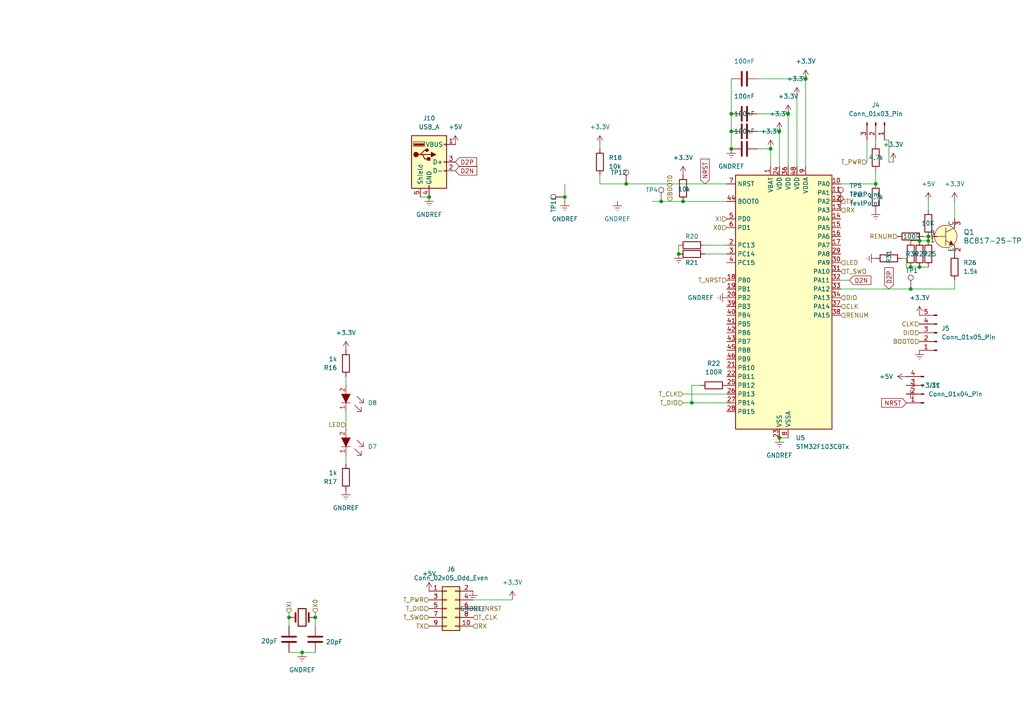
<source format=kicad_sch>
(kicad_sch (version 20250114) (generator "eeschema") (generator_version "9.0")
  (paper "A4")
  (lib_symbols
    (symbol "Connector:Conn_01x03_Pin" (pin_names (offset 1.016) (hide yes))
      (property "Reference" "J" (at 0 5.08 0))
      (property "Value" "Conn_01x03_Pin" (at 0 -5.08 0))
      (symbol "Conn_01x03_Pin_1_1"
        (rectangle (start 0.8636 2.667) (end 0 2.413) (stroke (width 0.1524)) (fill (type outline)))
        (rectangle (start 0.8636 0.127) (end 0 -0.127) (stroke (width 0.1524)) (fill (type outline)))
        (rectangle (start 0.8636 -2.413) (end 0 -2.667) (stroke (width 0.1524)) (fill (type outline)))
        (polyline (pts (xy 1.27 2.54) (xy 0.8636 2.54)) (stroke (width 0.1524)))
        (polyline (pts (xy 1.27 0) (xy 0.8636 0)) (stroke (width 0.1524)))
        (polyline (pts (xy 1.27 -2.54) (xy 0.8636 -2.54)) (stroke (width 0.1524)))
        (pin passive line (at 5.08 2.54 180) (length 3.81) (name "Pin_1") (number "1"))
        (pin passive line (at 5.08 0 180) (length 3.81) (name "Pin_2") (number "2"))
        (pin passive line (at 5.08 -2.54 180) (length 3.81) (name "Pin_3") (number "3"))
      )
    )
    (symbol "Connector:Conn_01x04_Pin" (pin_names (offset 1.016) (hide yes))
      (property "Reference" "J" (at 0 5.08 0))
      (property "Value" "Conn_01x04_Pin" (at 0 -7.62 0))
      (symbol "Conn_01x04_Pin_1_1"
        (rectangle (start 0.8636 2.667) (end 0 2.413) (stroke (width 0.1524)) (fill (type outline)))
        (rectangle (start 0.8636 0.127) (end 0 -0.127) (stroke (width 0.1524)) (fill (type outline)))
        (rectangle (start 0.8636 -2.413) (end 0 -2.667) (stroke (width 0.1524)) (fill (type outline)))
        (rectangle (start 0.8636 -4.953) (end 0 -5.207) (stroke (width 0.1524)) (fill (type outline)))
        (polyline (pts (xy 1.27 2.54) (xy 0.8636 2.54)) (stroke (width 0.1524)))
        (polyline (pts (xy 1.27 0) (xy 0.8636 0)) (stroke (width 0.1524)))
        (polyline (pts (xy 1.27 -2.54) (xy 0.8636 -2.54)) (stroke (width 0.1524)))
        (polyline (pts (xy 1.27 -5.08) (xy 0.8636 -5.08)) (stroke (width 0.1524)))
        (pin passive line (at 5.08 2.54 180) (length 3.81) (name "Pin_1") (number "1"))
        (pin passive line (at 5.08 0 180) (length 3.81) (name "Pin_2") (number "2"))
        (pin passive line (at 5.08 -2.54 180) (length 3.81) (name "Pin_3") (number "3"))
        (pin passive line (at 5.08 -5.08 180) (length 3.81) (name "Pin_4") (number "4"))
      )
    )
    (symbol "Connector:Conn_01x05_Pin" (pin_names (offset 1.016) (hide yes))
      (property "Reference" "J" (at 0 7.62 0))
      (property "Value" "Conn_01x05_Pin" (at 0 -7.62 0))
      (symbol "Conn_01x05_Pin_1_1"
        (rectangle (start 0.8636 5.207) (end 0 4.953) (stroke (width 0.1524)) (fill (type outline)))
        (rectangle (start 0.8636 2.667) (end 0 2.413) (stroke (width 0.1524)) (fill (type outline)))
        (rectangle (start 0.8636 0.127) (end 0 -0.127) (stroke (width 0.1524)) (fill (type outline)))
        (rectangle (start 0.8636 -2.413) (end 0 -2.667) (stroke (width 0.1524)) (fill (type outline)))
        (rectangle (start 0.8636 -4.953) (end 0 -5.207) (stroke (width 0.1524)) (fill (type outline)))
        (polyline (pts (xy 1.27 5.08) (xy 0.8636 5.08)) (stroke (width 0.1524)))
        (polyline (pts (xy 1.27 2.54) (xy 0.8636 2.54)) (stroke (width 0.1524)))
        (polyline (pts (xy 1.27 0) (xy 0.8636 0)) (stroke (width 0.1524)))
        (polyline (pts (xy 1.27 -2.54) (xy 0.8636 -2.54)) (stroke (width 0.1524)))
        (polyline (pts (xy 1.27 -5.08) (xy 0.8636 -5.08)) (stroke (width 0.1524)))
        (pin passive line (at 5.08 5.08 180) (length 3.81) (name "Pin_1") (number "1"))
        (pin passive line (at 5.08 2.54 180) (length 3.81) (name "Pin_2") (number "2"))
        (pin passive line (at 5.08 0 180) (length 3.81) (name "Pin_3") (number "3"))
        (pin passive line (at 5.08 -2.54 180) (length 3.81) (name "Pin_4") (number "4"))
        (pin passive line (at 5.08 -5.08 180) (length 3.81) (name "Pin_5") (number "5"))
      )
    )
    (symbol "Connector:TestPoint" (pin_numbers (hide yes)) (pin_names (offset 0.762) (hide yes))
      (property "Reference" "TP" (at 0 6.858 0))
      (property "Value" "TestPoint" (at 0 5.08 0))
      (symbol "TestPoint_0_1"
        (circle (center 0 3.302) (radius 0.762))
      )
      (symbol "TestPoint_1_1"
        (pin passive line (at 0 0 90) (length 2.54) (name "1") (number "1"))
      )
    )
    (symbol "Connector:USB_A" (pin_names (offset 1.016))
      (property "Reference" "J" (at -5.08 11.43 0))
      (property "Value" "USB_A" (at -5.08 8.89 0))
      (symbol "USB_A_0_1"
        (rectangle (start -5.08 -7.62) (end 5.08 7.62) (stroke (width 0.254)) (fill (type background)))
        (circle (center -3.81 2.159) (radius 0.635) (stroke (width 0.254)) (fill (type outline)))
        (polyline (pts (xy -3.175 2.159) (xy -2.54 2.159) (xy -1.27 3.429) (xy -0.635 3.429)) (stroke (width 0.254)))
        (polyline (pts (xy -2.54 2.159) (xy -1.905 2.159) (xy -1.27 0.889) (xy 0 0.889)) (stroke (width 0.254)))
        (rectangle (start -1.524 4.826) (end -4.318 5.334) (fill (type outline)))
        (rectangle (start -1.27 4.572) (end -4.572 5.842))
        (circle (center -0.635 3.429) (radius 0.381) (stroke (width 0.254)) (fill (type outline)))
        (rectangle (start -0.127 -7.62) (end 0.127 -6.858))
        (rectangle (start 0.254 1.27) (end -0.508 0.508) (stroke (width 0.254)) (fill (type outline)))
        (polyline (pts (xy 0.635 2.794) (xy 0.635 1.524) (xy 1.905 2.159) (xy 0.635 2.794)) (stroke (width 0.254)) (fill (type outline)))
        (rectangle (start 5.08 4.953) (end 4.318 5.207))
        (rectangle (start 5.08 -0.127) (end 4.318 0.127))
        (rectangle (start 5.08 -2.667) (end 4.318 -2.413))
      )
      (symbol "USB_A_1_1"
        (polyline (pts (xy -1.905 2.159) (xy 0.635 2.159)) (stroke (width 0.254)))
        (pin passive line (at -2.54 -10.16 90) (length 2.54) (name "Shield") (number "5"))
        (pin power_in line (at 0 -10.16 90) (length 2.54) (name "GND") (number "4"))
        (pin power_in line (at 7.62 5.08 180) (length 2.54) (name "VBUS") (number "1"))
        (pin bidirectional line (at 7.62 0 180) (length 2.54) (name "D+") (number "3"))
        (pin bidirectional line (at 7.62 -2.54 180) (length 2.54) (name "D-") (number "2"))
      )
    )
    (symbol "Connector_Generic:Conn_02x05_Odd_Even" (pin_names (offset 1.016) (hide yes))
      (property "Reference" "J" (at 1.27 7.62 0))
      (property "Value" "Conn_02x05_Odd_Even" (at 1.27 -7.62 0))
      (symbol "Conn_02x05_Odd_Even_1_1"
        (rectangle (start -1.27 6.35) (end 3.81 -6.35) (stroke (width 0.254)) (fill (type background)))
        (rectangle (start -1.27 5.207) (end 0 4.953) (stroke (width 0.1524)))
        (rectangle (start -1.27 2.667) (end 0 2.413) (stroke (width 0.1524)))
        (rectangle (start -1.27 0.127) (end 0 -0.127) (stroke (width 0.1524)))
        (rectangle (start -1.27 -2.413) (end 0 -2.667) (stroke (width 0.1524)))
        (rectangle (start -1.27 -4.953) (end 0 -5.207) (stroke (width 0.1524)))
        (rectangle (start 3.81 5.207) (end 2.54 4.953) (stroke (width 0.1524)))
        (rectangle (start 3.81 2.667) (end 2.54 2.413) (stroke (width 0.1524)))
        (rectangle (start 3.81 0.127) (end 2.54 -0.127) (stroke (width 0.1524)))
        (rectangle (start 3.81 -2.413) (end 2.54 -2.667) (stroke (width 0.1524)))
        (rectangle (start 3.81 -4.953) (end 2.54 -5.207) (stroke (width 0.1524)))
        (pin passive line (at -5.08 5.08 0) (length 3.81) (name "Pin_1") (number "1"))
        (pin passive line (at -5.08 2.54 0) (length 3.81) (name "Pin_3") (number "3"))
        (pin passive line (at -5.08 0 0) (length 3.81) (name "Pin_5") (number "5"))
        (pin passive line (at -5.08 -2.54 0) (length 3.81) (name "Pin_7") (number "7"))
        (pin passive line (at -5.08 -5.08 0) (length 3.81) (name "Pin_9") (number "9"))
        (pin passive line (at 7.62 5.08 180) (length 3.81) (name "Pin_2") (number "2"))
        (pin passive line (at 7.62 2.54 180) (length 3.81) (name "Pin_4") (number "4"))
        (pin passive line (at 7.62 0 180) (length 3.81) (name "Pin_6") (number "6"))
        (pin passive line (at 7.62 -2.54 180) (length 3.81) (name "Pin_8") (number "8"))
        (pin passive line (at 7.62 -5.08 180) (length 3.81) (name "Pin_10") (number "10"))
      )
    )
    (symbol "Device:C" (pin_numbers (hide yes)) (pin_names (offset 0.254))
      (property "Reference" "C" (at 0.635 2.54 0))
      (property "Value" "C" (at 0.635 -2.54 0))
      (symbol "C_0_1"
        (polyline (pts (xy -2.032 0.762) (xy 2.032 0.762)) (stroke (width 0.508)))
        (polyline (pts (xy -2.032 -0.762) (xy 2.032 -0.762)) (stroke (width 0.508)))
      )
      (symbol "C_1_1"
        (pin passive line (at 0 3.81 270) (length 2.794) (name "~") (number "1"))
        (pin passive line (at 0 -3.81 90) (length 2.794) (name "~") (number "2"))
      )
    )
    (symbol "Device:Crystal" (pin_numbers (hide yes)) (pin_names (offset 1.016) (hide yes))
      (property "Reference" "Y" (at 0 3.81 0))
      (property "Value" "Crystal" (at 0 -3.81 0))
      (symbol "Crystal_0_1"
        (polyline (pts (xy -2.54 0) (xy -1.905 0)))
        (polyline (pts (xy -1.905 -1.27) (xy -1.905 1.27)) (stroke (width 0.508)))
        (rectangle (start -1.143 2.54) (end 1.143 -2.54) (stroke (width 0.3048)))
        (polyline (pts (xy 1.905 -1.27) (xy 1.905 1.27)) (stroke (width 0.508)))
        (polyline (pts (xy 2.54 0) (xy 1.905 0)))
      )
      (symbol "Crystal_1_1"
        (pin passive line (at -3.81 0 0) (length 1.27) (name "1") (number "1"))
        (pin passive line (at 3.81 0 180) (length 1.27) (name "2") (number "2"))
      )
    )
    (symbol "Device:R" (pin_numbers (hide yes)) (pin_names (offset 0))
      (property "Reference" "R" (at 2.032 0 90))
      (property "Value" "R" (at 0 0 90))
      (symbol "R_0_1"
        (rectangle (start -1.016 -2.54) (end 1.016 2.54) (stroke (width 0.254)))
      )
      (symbol "R_1_1"
        (pin passive line (at 0 3.81 270) (length 1.27) (name "~") (number "1"))
        (pin passive line (at 0 -3.81 90) (length 1.27) (name "~") (number "2"))
      )
    )
    (symbol "MCU_ST_STM32F1:STM32F103CBTx"
      (property "Reference" "U" (at -12.7 39.37 0))
      (property "Value" "STM32F103CBTx" (at 10.16 39.37 0))
      (symbol "STM32F103CBTx_0_1"
        (rectangle (start -12.7 -35.56) (end 15.24 38.1) (stroke (width 0.254)) (fill (type background)))
      )
      (symbol "STM32F103CBTx_1_1"
        (pin input line (at -15.24 35.56 0) (length 2.54) (name "NRST") (number "7"))
        (pin input line (at -15.24 30.48 0) (length 2.54) (name "BOOT0") (number "44"))
        (pin bidirectional line (at -15.24 25.4 0) (length 2.54) (name "PD0") (number "5"))
        (pin bidirectional line (at -15.24 22.86 0) (length 2.54) (name "PD1") (number "6"))
        (pin bidirectional line (at -15.24 17.78 0) (length 2.54) (name "PC13") (number "2"))
        (pin bidirectional line (at -15.24 15.24 0) (length 2.54) (name "PC14") (number "3"))
        (pin bidirectional line (at -15.24 12.7 0) (length 2.54) (name "PC15") (number "4"))
        (pin bidirectional line (at -15.24 7.62 0) (length 2.54) (name "PB0") (number "18"))
        (pin bidirectional line (at -15.24 5.08 0) (length 2.54) (name "PB1") (number "19"))
        (pin bidirectional line (at -15.24 2.54 0) (length 2.54) (name "PB2") (number "20"))
        (pin bidirectional line (at -15.24 0 0) (length 2.54) (name "PB3") (number "39"))
        (pin bidirectional line (at -15.24 -2.54 0) (length 2.54) (name "PB4") (number "40"))
        (pin bidirectional line (at -15.24 -5.08 0) (length 2.54) (name "PB5") (number "41"))
        (pin bidirectional line (at -15.24 -7.62 0) (length 2.54) (name "PB6") (number "42"))
        (pin bidirectional line (at -15.24 -10.16 0) (length 2.54) (name "PB7") (number "43"))
        (pin bidirectional line (at -15.24 -12.7 0) (length 2.54) (name "PB8") (number "45"))
        (pin bidirectional line (at -15.24 -15.24 0) (length 2.54) (name "PB9") (number "46"))
        (pin bidirectional line (at -15.24 -17.78 0) (length 2.54) (name "PB10") (number "21"))
        (pin bidirectional line (at -15.24 -20.32 0) (length 2.54) (name "PB11") (number "22"))
        (pin bidirectional line (at -15.24 -22.86 0) (length 2.54) (name "PB12") (number "25"))
        (pin bidirectional line (at -15.24 -25.4 0) (length 2.54) (name "PB13") (number "26"))
        (pin bidirectional line (at -15.24 -27.94 0) (length 2.54) (name "PB14") (number "27"))
        (pin bidirectional line (at -15.24 -30.48 0) (length 2.54) (name "PB15") (number "28"))
        (pin power_in line (at -2.54 40.64 270) (length 2.54) (name "VBAT") (number "1"))
        (pin power_in line (at 0 40.64 270) (length 2.54) (name "VDD") (number "24"))
        (pin power_in line (at 0 -38.1 90) (length 2.54) (name "VSS") (number "23"))
        (pin passive line (at 0 -38.1 90) (length 2.54) (hide yes) (name "VSS") (number "35"))
        (pin passive line (at 0 -38.1 90) (length 2.54) (hide yes) (name "VSS") (number "47"))
        (pin power_in line (at 2.54 40.64 270) (length 2.54) (name "VDD") (number "36"))
        (pin power_in line (at 2.54 -38.1 90) (length 2.54) (name "VSSA") (number "8"))
        (pin power_in line (at 5.08 40.64 270) (length 2.54) (name "VDD") (number "48"))
        (pin power_in line (at 7.62 40.64 270) (length 2.54) (name "VDDA") (number "9"))
        (pin bidirectional line (at 17.78 35.56 180) (length 2.54) (name "PA0") (number "10"))
        (pin bidirectional line (at 17.78 33.02 180) (length 2.54) (name "PA1") (number "11"))
        (pin bidirectional line (at 17.78 30.48 180) (length 2.54) (name "PA2") (number "12"))
        (pin bidirectional line (at 17.78 27.94 180) (length 2.54) (name "PA3") (number "13"))
        (pin bidirectional line (at 17.78 25.4 180) (length 2.54) (name "PA4") (number "14"))
        (pin bidirectional line (at 17.78 22.86 180) (length 2.54) (name "PA5") (number "15"))
        (pin bidirectional line (at 17.78 20.32 180) (length 2.54) (name "PA6") (number "16"))
        (pin bidirectional line (at 17.78 17.78 180) (length 2.54) (name "PA7") (number "17"))
        (pin bidirectional line (at 17.78 15.24 180) (length 2.54) (name "PA8") (number "29"))
        (pin bidirectional line (at 17.78 12.7 180) (length 2.54) (name "PA9") (number "30"))
        (pin bidirectional line (at 17.78 10.16 180) (length 2.54) (name "PA10") (number "31"))
        (pin bidirectional line (at 17.78 7.62 180) (length 2.54) (name "PA11") (number "32"))
        (pin bidirectional line (at 17.78 5.08 180) (length 2.54) (name "PA12") (number "33"))
        (pin bidirectional line (at 17.78 2.54 180) (length 2.54) (name "PA13") (number "34"))
        (pin bidirectional line (at 17.78 0 180) (length 2.54) (name "PA14") (number "37"))
        (pin bidirectional line (at 17.78 -2.54 180) (length 2.54) (name "PA15") (number "38"))
      )
    )
    (symbol "dk_LED-Indication-Discrete:LTST-C190GKT" (pin_names (offset 0))
      (property "Reference" "D" (at -6.35 3.81 0))
      (symbol "LTST-C190GKT_0_1"
        (polyline (pts (xy -2.54 1.27) (xy -2.54 -1.27) (xy 0 0) (xy -2.54 1.27)) (fill (type outline)))
        (polyline (pts (xy 0 1.27) (xy 0 -1.27)))
      )
      (symbol "LTST-C190GKT_1_1"
        (polyline (pts (xy -1.27 3.81) (xy -1.905 3.175)))
        (polyline (pts (xy -0.635 5.08) (xy -1.27 5.08)))
        (polyline (pts (xy 0 5.08) (xy 0 4.445) (xy 0 5.08) (xy -0.635 5.08) (xy 0 5.08) (xy -1.27 3.81)))
        (polyline (pts (xy 0 4.445) (xy 0 3.81)))
        (polyline (pts (xy 1.27 3.175) (xy 0.635 2.54)))
        (polyline (pts (xy 1.27 3.175) (xy 2.54 4.445) (xy 1.905 4.445) (xy 2.54 4.445) (xy 2.54 3.81)))
        (polyline (pts (xy 1.905 4.445) (xy 1.27 4.445)))
        (polyline (pts (xy 2.54 3.81) (xy 2.54 3.175)))
        (pin input line (at -5.08 0 0) (length 2.54) (name "~") (number "2"))
        (pin output line (at 2.54 0 180) (length 2.54) (name "~") (number "1"))
      )
    )
    (symbol "dk_Transistors-Bipolar-BJT-Single:BC817-25-TP" (pin_names (offset 0))
      (property "Reference" "Q" (at -3.2004 4.2164 0))
      (property "Value" "BC817-25-TP" (at 5.2324 0 90))
      (symbol "BC817-25-TP_0_1"
        (polyline (pts (xy -3.81 0) (xy -2.54 0)))
        (polyline (pts (xy -3.556 0) (xy 0 0)))
        (polyline (pts (xy 0 2.54) (xy 0 -2.54)))
        (polyline (pts (xy 0 1.27) (xy 2.54 2.54)))
        (circle (center 0 0) (radius 3.2512) (fill (type background)))
        (polyline (pts (xy 0 -1.27) (xy 2.54 -2.54)))
        (polyline (pts (xy 1.524 -1.27) (xy 2.032 -2.286) (xy 1.016 -2.54) (xy 1.524 -1.27)) (fill (type outline)))
      )
      (symbol "BC817-25-TP_1_1"
        (pin input line (at -5.08 0 0) (length 2.54) (name "B") (number "1"))
        (pin passive line (at 2.54 5.08 270) (length 2.54) (name "C") (number "3"))
        (pin passive line (at 2.54 -5.08 90) (length 2.54) (name "E") (number "2"))
      )
    )
    (symbol "power:+3.3V" (power) (pin_numbers (hide yes)) (pin_names (offset 0) (hide yes))
      (property "Value" "+3.3V" (at 0 3.556 0))
      (symbol "+3.3V_0_1"
        (polyline (pts (xy -0.762 1.27) (xy 0 2.54)))
        (polyline (pts (xy 0 2.54) (xy 0.762 1.27)))
        (polyline (pts (xy 0 0) (xy 0 2.54)))
      )
      (symbol "+3.3V_1_1"
        (pin power_in line (at 0 0 90) (length 0) (name "~") (number "1"))
      )
    )
    (symbol "power:+5V" (power) (pin_numbers (hide yes)) (pin_names (offset 0) (hide yes))
      (property "Value" "+5V" (at 0 3.556 0))
      (symbol "+5V_0_1"
        (polyline (pts (xy -0.762 1.27) (xy 0 2.54)))
        (polyline (pts (xy 0 2.54) (xy 0.762 1.27)))
        (polyline (pts (xy 0 0) (xy 0 2.54)))
      )
      (symbol "+5V_1_1"
        (pin power_in line (at 0 0 90) (length 0) (name "~") (number "1"))
      )
    )
    (symbol "power:GNDREF" (power) (pin_numbers (hide yes)) (pin_names (offset 0) (hide yes))
      (property "Value" "GNDREF" (at 0 -3.81 0))
      (symbol "GNDREF_0_1"
        (polyline (pts (xy -0.635 -1.905) (xy 0.635 -1.905)))
        (polyline (pts (xy -0.127 -2.54) (xy 0.127 -2.54)))
        (polyline (pts (xy 0 -1.27) (xy 0 0)))
        (polyline (pts (xy 1.27 -1.27) (xy -1.27 -1.27)))
      )
      (symbol "GNDREF_1_1"
        (pin power_in line (at 0 0 270) (length 0) (name "~") (number "1"))
      )
    )
  )
  (junction (at 266.7 77.47))
  (junction (at 266.7 69.85))
  (junction (at 233.68 22.86))
  (junction (at 198.12 58.42))
  (junction (at 223.52 43.18))
  (junction (at 163.83 57.15))
  (junction (at 254 53.34))
  (junction (at 264.16 77.47))
  (junction (at 83.82 179.07))
  (junction (at 91.44 179.07))
  (junction (at 264.16 83.82))
  (junction (at 200.66 116.84))
  (junction (at 226.06 127))
  (junction (at 124.46 57.15))
  (junction (at 87.63 189.23))
  (junction (at 228.6 33.02))
  (junction (at 196.85 73.66))
  (junction (at 212.09 33.02))
  (junction (at 269.24 68.58))
  (junction (at 269.24 69.85))
  (junction (at 181.61 53.34))
  (junction (at 226.06 38.1))
  (junction (at 212.09 38.1))
  (junction (at 212.09 43.18))
  (junction (at 191.77 58.42))
  (wire (pts (xy 100.33 132.08) (xy 100.33 134.62)))
  (wire (pts (xy 267.97 68.58) (xy 269.24 68.58)))
  (wire (pts (xy 203.2 111.76) (xy 200.66 111.76)))
  (wire (pts (xy 191.77 58.42) (xy 189.23 58.42)))
  (wire (pts (xy 257.81 40.64) (xy 256.54 40.64)))
  (wire (pts (xy 91.44 177.8) (xy 91.44 179.07)))
  (wire (pts (xy 173.99 50.8) (xy 173.99 53.34)))
  (wire (pts (xy 100.33 119.38) (xy 100.33 124.46)))
  (wire (pts (xy 204.47 73.66) (xy 210.82 73.66)))
  (wire (pts (xy 204.47 71.12) (xy 210.82 71.12)))
  (wire (pts (xy 181.61 53.34) (xy 173.99 53.34)))
  (wire (pts (xy 231.14 27.94) (xy 231.14 48.26)))
  (wire (pts (xy 254 49.53) (xy 254 53.34)))
  (wire (pts (xy 91.44 179.07) (xy 91.44 181.61)))
  (wire (pts (xy 243.84 53.34) (xy 254 53.34)))
  (wire (pts (xy 191.77 58.42) (xy 198.12 58.42)))
  (wire (pts (xy 276.86 58.42) (xy 276.86 63.5)))
  (wire (pts (xy 269.24 58.42) (xy 269.24 60.96)))
  (wire (pts (xy 173.99 43.18) (xy 173.99 41.91)))
  (wire (pts (xy 100.33 111.76) (xy 100.33 109.22)))
  (wire (pts (xy 163.83 58.42) (xy 163.83 57.15)))
  (wire (pts (xy 210.82 53.34) (xy 181.61 53.34)))
  (wire (pts (xy 226.06 38.1) (xy 219.71 38.1)))
  (wire (pts (xy 264.16 83.82) (xy 276.86 83.82)))
  (wire (pts (xy 228.6 33.02) (xy 219.71 33.02)))
  (wire (pts (xy 212.09 22.86) (xy 212.09 33.02)))
  (wire (pts (xy 83.82 177.8) (xy 83.82 179.07)))
  (wire (pts (xy 200.66 111.76) (xy 200.66 116.84)))
  (wire (pts (xy 276.86 83.82) (xy 276.86 81.28)))
  (wire (pts (xy 264.16 69.85) (xy 266.7 69.85)))
  (wire (pts (xy 251.46 40.64) (xy 251.46 46.99)))
  (wire (pts (xy 148.59 173.99) (xy 137.16 173.99)))
  (wire (pts (xy 254 40.64) (xy 254 41.91)))
  (wire (pts (xy 212.09 33.02) (xy 212.09 38.1)))
  (wire (pts (xy 121.92 57.15) (xy 124.46 57.15)))
  (wire (pts (xy 163.83 57.15) (xy 163.83 53.34)))
  (wire (pts (xy 257.81 40.64) (xy 257.81 46.99)))
  (wire (pts (xy 262.89 74.93) (xy 262.89 77.47)))
  (wire (pts (xy 266.7 77.47) (xy 269.24 77.47)))
  (wire (pts (xy 200.66 116.84) (xy 210.82 116.84)))
  (wire (pts (xy 212.09 38.1) (xy 212.09 43.18)))
  (wire (pts (xy 257.81 46.99) (xy 259.08 46.99)))
  (wire (pts (xy 87.63 189.23) (xy 83.82 189.23)))
  (wire (pts (xy 243.84 83.82) (xy 264.16 83.82)))
  (wire (pts (xy 91.44 189.23) (xy 87.63 189.23)))
  (wire (pts (xy 233.68 22.86) (xy 219.71 22.86)))
  (wire (pts (xy 196.85 71.12) (xy 196.85 73.66)))
  (wire (pts (xy 83.82 179.07) (xy 83.82 181.61)))
  (wire (pts (xy 246.38 81.28) (xy 243.84 81.28)))
  (wire (pts (xy 266.7 69.85) (xy 269.24 69.85)))
  (wire (pts (xy 228.6 48.26) (xy 228.6 33.02)))
  (wire (pts (xy 198.12 114.3) (xy 210.82 114.3)))
  (wire (pts (xy 262.89 77.47) (xy 264.16 77.47)))
  (wire (pts (xy 261.62 74.93) (xy 262.89 74.93)))
  (wire (pts (xy 264.16 77.47) (xy 266.7 77.47)))
  (wire (pts (xy 233.68 48.26) (xy 233.68 22.86)))
  (wire (pts (xy 226.06 48.26) (xy 226.06 38.1)))
  (wire (pts (xy 198.12 116.84) (xy 200.66 116.84)))
  (wire (pts (xy 269.24 69.85) (xy 269.24 68.58)))
  (wire (pts (xy 226.06 127) (xy 228.6 127)))
  (wire (pts (xy 223.52 43.18) (xy 219.71 43.18)))
  (wire (pts (xy 223.52 48.26) (xy 223.52 43.18)))
  (wire (pts (xy 198.12 58.42) (xy 210.82 58.42)))
  (global_label "NRST" (shape input) (at 262.89 116.84 180) (property "Intersheetrefs" "${INTERSHEET_REFS}" (effects (hide yes))))
  (global_label "D2P" (shape input) (at 132.08 46.99 0) (property "Intersheetrefs" "${INTERSHEET_REFS}" (effects (hide yes))))
  (global_label "D2N" (shape input) (at 132.08 49.53 0) (property "Intersheetrefs" "${INTERSHEET_REFS}" (effects (hide yes))))
  (global_label "D2N" (shape input) (at 246.38 81.28 0) (property "Intersheetrefs" "${INTERSHEET_REFS}" (effects (hide yes))))
  (global_label "NRST" (shape input) (at 204.47 53.34 90) (property "Intersheetrefs" "${INTERSHEET_REFS}" (effects (hide yes))))
  (global_label "D2P" (shape input) (at 257.81 83.82 90) (property "Intersheetrefs" "${INTERSHEET_REFS}" (effects (hide yes))))
  (hierarchical_label "LED" (shape input) (at 243.84 76.2 0))
  (hierarchical_label "T_DIO" (shape input) (at 124.46 176.53 180))
  (hierarchical_label "T_PWR" (shape input) (at 124.46 173.99 180))
  (hierarchical_label "T_DIO" (shape input) (at 198.12 116.84 180))
  (hierarchical_label "LED" (shape input) (at 100.33 123.19 180))
  (hierarchical_label "TX" (shape input) (at 243.84 58.42 0))
  (hierarchical_label "T_NRST" (shape input) (at 210.82 81.28 180))
  (hierarchical_label "XI" (shape input) (at 210.82 63.5 180))
  (hierarchical_label "T_CLK" (shape input) (at 198.12 114.3 180))
  (hierarchical_label "T_PWR" (shape input) (at 251.46 46.99 180))
  (hierarchical_label "BOOT0" (shape input) (at 266.7 99.06 180))
  (hierarchical_label "CLK" (shape input) (at 243.84 88.9 0))
  (hierarchical_label "RENUM" (shape input) (at 260.35 68.58 180))
  (hierarchical_label "RENUM" (shape input) (at 243.84 91.44 0))
  (hierarchical_label "TX" (shape input) (at 124.46 181.61 180))
  (hierarchical_label "T_NRST" (shape input) (at 137.16 176.53 0))
  (hierarchical_label "DIO" (shape input) (at 243.84 86.36 0))
  (hierarchical_label "DIO" (shape input) (at 266.7 96.52 180))
  (hierarchical_label "BOOT0" (shape input) (at 194.31 58.42 90))
  (hierarchical_label "T_SWO" (shape input) (at 243.84 78.74 0))
  (hierarchical_label "RX" (shape input) (at 243.84 60.96 0))
  (hierarchical_label "CLK" (shape input) (at 266.7 93.98 180))
  (hierarchical_label "T_SWO" (shape input) (at 124.46 179.07 180))
  (hierarchical_label "X0" (shape input) (at 210.82 66.04 180))
  (hierarchical_label "X0" (shape input) (at 91.44 177.8 90))
  (hierarchical_label "T_CLK" (shape input) (at 137.16 179.07 0))
  (hierarchical_label "RX" (shape input) (at 137.16 181.61 0))
  (hierarchical_label "XI" (shape input) (at 83.82 177.8 90))
  (symbol (lib_id "Connector_Generic:Conn_02x05_Odd_Even") (at 129.54 176.53 0) (unit 1)
    (property "Reference" "J6" (at 130.81 165.1 0))
    (property "Value" "Conn_02x05_Odd_Even" (at 130.81 167.64 0))
    (property "Footprint" "Connector_PinHeader_2.54mm:PinHeader_2x05_P2.54mm_Vertical" (effects (hide yes)))
    (property "Description" "Generic connector, double row, 02x05, odd/even pin numbering scheme (row 1 odd numbers, row 2 even numbers), script generated (kicad-library-utils/schlib/autogen/connector/)" (effects (hide yes)))
  )
  (symbol (lib_id "Device:R") (at 276.86 77.47 0) (unit 1)
    (property "Reference" "R26" (at 279.4 76.1999 0) (effects (justify left)))
    (property "Value" "1.5k" (at 279.4 78.7399 0) (effects (justify left)))
    (property "Footprint" "Resistor_SMD:R_0805_2012Metric" (effects (hide yes)))
    (property "Description" "Resistor" (effects (hide yes)))
  )
  (symbol (lib_id "Connector:TestPoint") (at 181.61 53.34 0) (unit 1)
    (property "Reference" "TP12" (at 177.038 50.038 0) (effects (justify left)))
    (property "Value" "TestPoint" (effects (hide yes)))
    (property "Footprint" "Connector_Pin:Pin_D1.4mm_L8.5mm_W2.8mm_FlatFork" (effects (hide yes)))
    (property "Description" "test point" (effects (hide yes)))
  )
  (symbol (lib_id "power:GNDREF") (at 137.16 171.45 0) (unit 1)
    (property "Reference" "#PWR049" (effects (hide yes)))
    (property "Value" "GNDREF" (at 137.16 176.53 0))
    (property "Description" "Power symbol creates a global label with name \"GNDREF\" , reference supply ground" (effects (hide yes)))
  )
  (symbol (lib_id "power:+5V") (at 132.08 41.91 0) (unit 1)
    (property "Reference" "#PWR091" (effects (hide yes)))
    (property "Value" "+5V" (at 132.08 36.83 0))
    (property "Description" "Power symbol creates a global label with name \"+5V\"" (effects (hide yes)))
  )
  (symbol (lib_id "Device:R") (at 200.66 73.66 90) (unit 1)
    (property "Reference" "R21" (at 200.66 76.2 90))
    (property "Value" "10K" (effects (hide yes)))
    (property "Footprint" "Resistor_SMD:R_0805_2012Metric" (effects (hide yes)))
    (property "Description" "Resistor" (effects (hide yes)))
    (property "Digi-Key_PN" "311-10.0KLRCT-ND" (effects (hide yes)))
    (property "MPN" "RC0805FR-0710KL" (effects (hide yes)))
  )
  (symbol (lib_id "power:+3.3V") (at 266.7 91.44 0) (unit 1)
    (property "Reference" "#PWR089" (effects (hide yes)))
    (property "Value" "+3.3V" (at 266.7 86.36 0))
    (property "Description" "Power symbol creates a global label with name \"+3.3V\"" (effects (hide yes)))
  )
  (symbol (lib_id "Device:R") (at 207.01 111.76 90) (unit 1)
    (property "Reference" "R22" (at 207.01 105.41 90))
    (property "Value" "100R" (at 207.01 107.95 90))
    (property "Footprint" "Resistor_SMD:R_0805_2012Metric" (effects (hide yes)))
    (property "Description" "Resistor" (effects (hide yes)))
    (property "Digi-Key_PN" "311-100HRTR-ND " (effects (hide yes)))
    (property "MPN" "RC0603FR-07100RL " (effects (hide yes)))
  )
  (symbol (lib_id "dk_LED-Indication-Discrete:LTST-C190GKT") (at 100.33 116.84 270) (unit 1)
    (property "Reference" "D8" (at 106.68 116.8399 90) (effects (justify left)))
    (property "Value" "LTST-C190GKT" (effects (hide yes)))
    (property "Footprint" "LED_SMD:LED_0603_1608Metric_Pad1.05x0.95mm_HandSolder" (effects (hide yes)))
    (property "Datasheet" "https://media.digikey.com/pdf/Data%20Sheets/Lite-On%20PDFs/LTST-C190GKT.pdf" (effects (hide yes)))
    (property "Description" "LED GREEN CLEAR CHIP SMD" (effects (hide yes)))
    (property "Digi-Key_PN" "160-1183-1-ND" (effects (hide yes)))
    (property "MPN" "LTST-C190GKT" (effects (hide yes)))
    (property "Category" "Optoelectronics" (effects (hide yes)))
    (property "Family" "LED Indication - Discrete" (effects (hide yes)))
    (property "DK_Datasheet_Link" "https://media.digikey.com/pdf/Data%20Sheets/Lite-On%20PDFs/LTST-C190GKT.pdf" (effects (hide yes)))
    (property "DK_Detail_Page" "/product-detail/en/lite-on-inc/LTST-C190GKT/160-1183-1-ND/269255" (effects (hide yes)))
    (property "Description_1" "LED GREEN CLEAR CHIP SMD" (effects (hide yes)))
    (property "Manufacturer" "Lite-On Inc." (effects (hide yes)))
    (property "Status" "Active" (effects (hide yes)))
  )
  (symbol (lib_id "MCU_ST_STM32F1:STM32F103CBTx") (at 226.06 88.9 0) (unit 1)
    (property "Reference" "U5" (at 230.7941 127 0) (effects (justify left)))
    (property "Value" "STM32F103CBTx" (at 230.7941 129.54 0) (effects (justify left)))
    (property "Footprint" "Package_QFP:LQFP-48_7x7mm_P0.5mm" (effects (hide yes)))
    (property "Datasheet" "https://www.st.com/resource/en/datasheet/stm32f103cb.pdf" (effects (hide yes)))
    (property "Description" "STMicroelectronics Arm Cortex-M3 MCU, 128KB flash, 20KB RAM, 72 MHz, 2.0-3.6V, 37 GPIO, LQFP48" (effects (hide yes)))
    (property "Digi-Key_PN" "497-17380-2-ND" (effects (hide yes)))
    (property "MPN" "STM32F103CBT6TR" (effects (hide yes)))
  )
  (symbol (lib_id "power:GNDREF") (at 254 60.96 0) (unit 1)
    (property "Reference" "#PWR087" (effects (hide yes)))
    (property "Value" "GNDREF" (effects (hide yes)))
    (property "Description" "Power symbol creates a global label with name \"GNDREF\" , reference supply ground" (effects (hide yes)))
  )
  (symbol (lib_id "power:+3.3V") (at 223.52 43.18 0) (unit 1)
    (property "Reference" "#PWR055" (effects (hide yes)))
    (property "Value" "+3.3V" (at 223.52 38.1 0))
    (property "Description" "Power symbol creates a global label with name \"+3.3V\"" (effects (hide yes)))
  )
  (symbol (lib_id "power:GNDREF") (at 196.85 73.66 0) (unit 1)
    (property "Reference" "#PWR053" (effects (hide yes)))
    (property "Value" "GNDREF" (effects (hide yes)))
    (property "Description" "Power symbol creates a global label with name \"GNDREF\" , reference supply ground" (effects (hide yes)))
  )
  (symbol (lib_id "Device:R") (at 254 45.72 0) (unit 1)
    (property "Reference" "R28" (effects (hide yes)))
    (property "Value" "4.7k" (at 251.968 45.72 0) (effects (justify left)))
    (property "Footprint" "Resistor_SMD:R_0805_2012Metric" (effects (hide yes)))
    (property "Description" "Resistor" (effects (hide yes)))
    (property "Digi-Key_PN" "311-10.0KLRCT-ND" (effects (hide yes)))
    (property "MPN" "RC0805FR-0710KL" (effects (hide yes)))
  )
  (symbol (lib_id "Device:R") (at 254 57.15 0) (unit 1)
    (property "Reference" "R29" (effects (hide yes)))
    (property "Value" "4.7k" (at 251.968 57.15 0) (effects (justify left)))
    (property "Footprint" "Resistor_SMD:R_0805_2012Metric" (effects (hide yes)))
    (property "Description" "Resistor" (effects (hide yes)))
    (property "Digi-Key_PN" "311-10.0KLRCT-ND" (effects (hide yes)))
    (property "MPN" "RC0805FR-0710KL" (effects (hide yes)))
  )
  (symbol (lib_id "power:GNDREF") (at 124.46 57.15 0) (unit 1)
    (property "Reference" "#PWR039" (effects (hide yes)))
    (property "Value" "GNDREF" (at 124.46 62.23 0))
    (property "Description" "Power symbol creates a global label with name \"GNDREF\" , reference supply ground" (effects (hide yes)))
  )
  (symbol (lib_id "power:GNDREF") (at 100.33 142.24 0) (unit 1)
    (property "Reference" "#PWR051" (effects (hide yes)))
    (property "Value" "GNDREF" (at 100.33 147.32 0))
    (property "Description" "Power symbol creates a global label with name \"GNDREF\" , reference supply ground" (effects (hide yes)))
  )
  (symbol (lib_id "power:+3.3V") (at 259.08 46.99 0) (unit 1)
    (property "Reference" "#PWR086" (effects (hide yes)))
    (property "Value" "+3.3V" (at 259.08 41.91 0))
    (property "Description" "Power symbol creates a global label with name \"+3.3V\"" (effects (hide yes)))
  )
  (symbol (lib_id "Device:C") (at 215.9 38.1 90) (unit 1)
    (property "Reference" "C25" (effects (hide yes)))
    (property "Value" "100nF" (at 215.9 33.02 90))
    (property "Footprint" "Capacitor_SMD:C_0805_2012Metric" (effects (hide yes)))
    (property "Description" "Unpolarized capacitor" (effects (hide yes)))
    (property "Digi-Key_PN" "2679-C0805X5R100-104KNE-CT-ND" (effects (hide yes)))
    (property "MPN" "C0805X5R100-104KNE-CT" (effects (hide yes)))
  )
  (symbol (lib_id "Device:R") (at 100.33 105.41 180) (unit 1)
    (property "Reference" "R16" (at 97.79 106.6801 0) (effects (justify left)))
    (property "Value" "1k" (at 97.79 104.1401 0) (effects (justify left)))
    (property "Footprint" "Resistor_SMD:R_0805_2012Metric" (effects (hide yes)))
    (property "Description" "Resistor" (effects (hide yes)))
    (property "Digi-Key_PN" "311-1.00KCRTR-ND" (effects (hide yes)))
    (property "MPN" "RC0805FR-071KL" (effects (hide yes)))
  )
  (symbol (lib_id "Device:R") (at 257.81 74.93 90) (unit 1)
    (property "Reference" "R31" (at 257.81 76.454 0) (effects (justify left)))
    (property "Value" "27K" (effects (hide yes)))
    (property "Footprint" "Resistor_SMD:R_0805_2012Metric" (effects (hide yes)))
    (property "Description" "Resistor" (effects (hide yes)))
    (property "Digi-Key_PN" "311-39.0KCRTR-ND" (effects (hide yes)))
    (property "MPN" "RC0805FR-0739KL" (effects (hide yes)))
  )
  (symbol (lib_id "Connector:Conn_01x03_Pin") (at 254 35.56 270) (unit 1)
    (property "Reference" "J4" (at 254 30.48 90))
    (property "Value" "Conn_01x03_Pin" (at 254 33.02 90))
    (property "Footprint" "Connector_PinHeader_2.54mm:PinHeader_1x03_P2.54mm_Vertical" (effects (hide yes)))
    (property "Description" "Generic connector, single row, 01x03, script generated" (effects (hide yes)))
  )
  (symbol (lib_id "Device:C") (at 215.9 33.02 90) (unit 1)
    (property "Reference" "C24" (effects (hide yes)))
    (property "Value" "100nF" (at 215.9 27.94 90))
    (property "Footprint" "Capacitor_SMD:C_0805_2012Metric" (effects (hide yes)))
    (property "Description" "Unpolarized capacitor" (effects (hide yes)))
    (property "Digi-Key_PN" "2679-C0805X5R100-104KNE-CT-ND" (effects (hide yes)))
    (property "MPN" "C0805X5R100-104KNE-CT" (effects (hide yes)))
  )
  (symbol (lib_id "power:+5V") (at 269.24 58.42 0) (unit 1)
    (property "Reference" "#PWR067" (effects (hide yes)))
    (property "Value" "+5V" (at 269.24 53.34 0))
    (property "Description" "Power symbol creates a global label with name \"+5V\"" (effects (hide yes)))
  )
  (symbol (lib_id "power:GNDREF") (at 226.06 127 0) (unit 1)
    (property "Reference" "#PWR057" (effects (hide yes)))
    (property "Value" "GNDREF" (at 226.06 132.08 0))
    (property "Description" "Power symbol creates a global label with name \"GNDREF\" , reference supply ground" (effects (hide yes)))
  )
  (symbol (lib_id "dk_Transistors-Bipolar-BJT-Single:BC817-25-TP") (at 274.32 68.58 0) (unit 1)
    (property "Reference" "Q1" (at 279.4 67.3099 0) (effects (font (size 1.524 1.524)) (justify left)))
    (property "Value" "BC817-25-TP" (at 279.4 69.8499 0) (effects (font (size 1.524 1.524)) (justify left)))
    (property "Footprint" "Package_TO_SOT_SMD:SOT-23-3" (effects (hide yes)))
    (property "Datasheet" "https://www.mccsemi.com/pdf/Products/BC817-16~BC817-40(SOT-23).pdf" (effects (hide yes)))
    (property "Description" "TRANS NPN 45V 0.8A SOT-23" (effects (hide yes)))
    (property "Digi-Key_PN" "BC817-25-TPMSCT-ND" (effects (hide yes)))
    (property "MPN" "BC817-25-TP" (effects (hide yes)))
    (property "Category" "Discrete Semiconductor Products" (effects (hide yes)))
    (property "Family" "Transistors - Bipolar (BJT) - Single" (effects (hide yes)))
    (property "DK_Datasheet_Link" "https://www.mccsemi.com/pdf/Products/BC817-16~{BC817-40(SOT-23}).pdf" (effects (hide yes)))
    (property "DK_Detail_Page" "/product-detail/en/micro-commercial-co/BC817-25-TP/BC817-25-TPMSCT-ND/1960198" (effects (hide yes)))
    (property "Description_1" "TRANS NPN 45V 0.8A SOT-23" (effects (hide yes)))
    (property "Manufacturer" "Micro Commercial Co" (effects (hide yes)))
    (property "Status" "Active" (effects (hide yes)))
  )
  (symbol (lib_id "Connector:USB_A") (at 124.46 46.99 0) (unit 1)
    (property "Reference" "J10" (at 124.46 34.29 0))
    (property "Value" "USB_A" (at 124.46 36.83 0))
    (property "Footprint" "Connector_USB:USB_A_Receptacle_GCT_USB1046" (effects (hide yes)))
    (property "Description" "USB Type A connector" (effects (hide yes)))
  )
  (symbol (lib_id "Device:R") (at 269.24 64.77 0) (unit 1)
    (property "Reference" "R24" (effects (hide yes)))
    (property "Value" "10K" (at 267.208 64.77 0) (effects (justify left)))
    (property "Footprint" "Resistor_SMD:R_0805_2012Metric" (effects (hide yes)))
    (property "Description" "Resistor" (effects (hide yes)))
    (property "Digi-Key_PN" "311-10.0KLRCT-ND" (effects (hide yes)))
    (property "MPN" "RC0805FR-0710KL" (effects (hide yes)))
  )
  (symbol (lib_id "Connector:TestPoint") (at 163.83 57.15 90) (unit 1)
    (property "Reference" "TP11" (at 160.528 61.722 0) (effects (justify left)))
    (property "Value" "TestPoint" (effects (hide yes)))
    (property "Footprint" "Connector_Pin:Pin_D1.4mm_L8.5mm_W2.8mm_FlatFork" (effects (hide yes)))
    (property "Description" "test point" (effects (hide yes)))
  )
  (symbol (lib_id "power:+5V") (at 262.89 109.22 90) (unit 1)
    (property "Reference" "#PWR095" (effects (hide yes)))
    (property "Value" "+5V" (at 259.08 109.2199 90) (effects (justify left)))
    (property "Description" "Power symbol creates a global label with name \"+5V\"" (effects (hide yes)))
  )
  (symbol (lib_id "Device:C") (at 215.9 22.86 90) (unit 1)
    (property "Reference" "C22" (effects (hide yes)))
    (property "Value" "100nF" (at 215.9 17.78 90))
    (property "Footprint" "Capacitor_SMD:C_0805_2012Metric" (effects (hide yes)))
    (property "Description" "Unpolarized capacitor" (effects (hide yes)))
    (property "Digi-Key_PN" "2679-C0805X5R100-104KNE-CT-ND" (effects (hide yes)))
    (property "MPN" "C0805X5R100-104KNE-CT" (effects (hide yes)))
  )
  (symbol (lib_id "power:GNDREF") (at 87.63 189.23 0) (unit 1)
    (property "Reference" "#PWR046" (effects (hide yes)))
    (property "Value" "GNDREF" (at 87.63 194.31 0))
    (property "Description" "Power symbol creates a global label with name \"GNDREF\" , reference supply ground" (effects (hide yes)))
  )
  (symbol (lib_id "Device:R") (at 198.12 54.61 0) (unit 1)
    (property "Reference" "R19" (effects (hide yes)))
    (property "Value" "10k" (at 196.596 54.864 0) (effects (justify left)))
    (property "Footprint" "Resistor_SMD:R_0805_2012Metric" (effects (hide yes)))
    (property "Description" "Resistor" (effects (hide yes)))
    (property "Digi-Key_PN" "311-10.0KLRCT-ND" (effects (hide yes)))
    (property "MPN" "RC0805FR-0710KL" (effects (hide yes)))
  )
  (symbol (lib_id "power:+3.3V") (at 173.99 41.91 0) (unit 1)
    (property "Reference" "#PWR050" (effects (hide yes)))
    (property "Value" "+3.3V" (at 173.99 36.83 0))
    (property "Description" "Power symbol creates a global label with name \"+3.3V\"" (effects (hide yes)))
  )
  (symbol (lib_id "power:+3.3V") (at 228.6 33.02 0) (unit 1)
    (property "Reference" "#PWR058" (effects (hide yes)))
    (property "Value" "+3.3V" (at 228.6 27.94 0))
    (property "Description" "Power symbol creates a global label with name \"+3.3V\"" (effects (hide yes)))
  )
  (symbol (lib_id "power:+5V") (at 124.46 171.45 0) (unit 1)
    (property "Reference" "#PWR047" (effects (hide yes)))
    (property "Value" "+5V" (at 124.46 166.37 0))
    (property "Description" "Power symbol creates a global label with name \"+5V\"" (effects (hide yes)))
  )
  (symbol (lib_id "Connector:TestPoint") (at 243.84 58.42 0) (unit 1)
    (property "Reference" "TP5" (at 246.38 53.8479 0) (effects (justify left)))
    (property "Value" "TestPoint" (at 246.38 56.3879 0) (effects (justify left)))
    (property "Footprint" "Connector_Pin:Pin_D1.4mm_L8.5mm_W2.8mm_FlatFork" (effects (hide yes)))
    (property "Description" "test point" (effects (hide yes)))
  )
  (symbol (lib_id "Connector:TestPoint") (at 264.16 83.82 0) (unit 1)
    (property "Reference" "TP1" (at 262.636 78.486 0) (effects (justify left)))
    (property "Value" "TestPoint" (effects (hide yes)))
    (property "Footprint" "Connector_Pin:Pin_D1.4mm_L8.5mm_W2.8mm_FlatFork" (effects (hide yes)))
    (property "Description" "test point" (effects (hide yes)))
  )
  (symbol (lib_id "Device:C") (at 215.9 43.18 90) (unit 1)
    (property "Reference" "C26" (effects (hide yes)))
    (property "Value" "100nF" (at 215.9 38.1 90))
    (property "Footprint" "Capacitor_SMD:C_0805_2012Metric" (effects (hide yes)))
    (property "Description" "Unpolarized capacitor" (effects (hide yes)))
    (property "Digi-Key_PN" "2679-C0805X5R100-104KNE-CT-ND" (effects (hide yes)))
    (property "MPN" "C0805X5R100-104KNE-CT" (effects (hide yes)))
  )
  (symbol (lib_id "Connector:TestPoint") (at 243.84 60.96 0) (unit 1)
    (property "Reference" "TP6" (at 246.38 56.3879 0) (effects (justify left)))
    (property "Value" "TestPoint" (at 246.38 58.9279 0) (effects (justify left)))
    (property "Footprint" "Connector_Pin:Pin_D1.4mm_L8.5mm_W2.8mm_FlatFork" (effects (hide yes)))
    (property "Description" "test point" (effects (hide yes)))
  )
  (symbol (lib_id "power:GNDREF") (at 212.09 43.18 0) (unit 1)
    (property "Reference" "#PWR054" (effects (hide yes)))
    (property "Value" "GNDREF" (at 212.09 48.26 0))
    (property "Description" "Power symbol creates a global label with name \"GNDREF\" , reference supply ground" (effects (hide yes)))
  )
  (symbol (lib_id "power:GNDREF") (at 266.7 101.6 0) (unit 1)
    (property "Reference" "#PWR088" (effects (hide yes)))
    (property "Value" "GNDREF" (effects (hide yes)))
    (property "Description" "Power symbol creates a global label with name \"GNDREF\" , reference supply ground" (effects (hide yes)))
  )
  (symbol (lib_id "power:+3.3V") (at 231.14 27.94 0) (unit 1)
    (property "Reference" "#PWR059" (effects (hide yes)))
    (property "Value" "+3.3V" (at 231.14 22.86 0))
    (property "Description" "Power symbol creates a global label with name \"+3.3V\"" (effects (hide yes)))
  )
  (symbol (lib_id "dk_LED-Indication-Discrete:LTST-C190GKT") (at 100.33 129.54 270) (unit 1)
    (property "Reference" "D7" (at 106.68 129.5399 90) (effects (justify left)))
    (property "Value" "LTST-C190GKT" (effects (hide yes)))
    (property "Footprint" "LED_SMD:LED_0603_1608Metric_Pad1.05x0.95mm_HandSolder" (effects (hide yes)))
    (property "Datasheet" "https://media.digikey.com/pdf/Data%20Sheets/Lite-On%20PDFs/LTST-C190GKT.pdf" (effects (hide yes)))
    (property "Description" "LED GREEN CLEAR CHIP SMD" (effects (hide yes)))
    (property "Digi-Key_PN" "160-1183-1-ND" (effects (hide yes)))
    (property "MPN" "LTST-C190GKT" (effects (hide yes)))
    (property "Category" "Optoelectronics" (effects (hide yes)))
    (property "Family" "LED Indication - Discrete" (effects (hide yes)))
    (property "DK_Datasheet_Link" "https://media.digikey.com/pdf/Data%20Sheets/Lite-On%20PDFs/LTST-C190GKT.pdf" (effects (hide yes)))
    (property "DK_Detail_Page" "/product-detail/en/lite-on-inc/LTST-C190GKT/160-1183-1-ND/269255" (effects (hide yes)))
    (property "Description_1" "LED GREEN CLEAR CHIP SMD" (effects (hide yes)))
    (property "Manufacturer" "Lite-On Inc." (effects (hide yes)))
    (property "Status" "Active" (effects (hide yes)))
  )
  (symbol (lib_id "power:GNDREF") (at 179.07 58.42 0) (unit 1)
    (property "Reference" "#PWR068" (effects (hide yes)))
    (property "Value" "GNDREF" (at 179.07 63.5 0))
    (property "Description" "Power symbol creates a global label with name \"GNDREF\" , reference supply ground" (effects (hide yes)))
  )
  (symbol (lib_id "Device:R") (at 173.99 46.99 0) (unit 1)
    (property "Reference" "R18" (at 176.53 45.7199 0) (effects (justify left)))
    (property "Value" "10k" (at 176.53 48.2599 0) (effects (justify left)))
    (property "Footprint" "Resistor_SMD:R_0805_2012Metric" (effects (hide yes)))
    (property "Description" "Resistor" (effects (hide yes)))
    (property "Digi-Key_PN" "311-10.0KLRCT-ND" (effects (hide yes)))
    (property "MPN" "RC0805FR-0710KL" (effects (hide yes)))
  )
  (symbol (lib_id "Device:R") (at 200.66 71.12 90) (unit 1)
    (property "Reference" "R20" (at 200.66 68.58 90))
    (property "Value" "10K" (effects (hide yes)))
    (property "Footprint" "Resistor_SMD:R_0805_2012Metric" (effects (hide yes)))
    (property "Description" "Resistor" (effects (hide yes)))
    (property "Digi-Key_PN" "311-10.0KLRCT-ND" (effects (hide yes)))
    (property "MPN" "RC0805FR-0710KL" (effects (hide yes)))
  )
  (symbol (lib_id "power:+3.3V") (at 276.86 58.42 0) (unit 1)
    (property "Reference" "#PWR063" (effects (hide yes)))
    (property "Value" "+3.3V" (at 276.86 53.34 0))
    (property "Description" "Power symbol creates a global label with name \"+3.3V\"" (effects (hide yes)))
  )
  (symbol (lib_id "Device:R") (at 264.16 68.58 270) (unit 1)
    (property "Reference" "R23" (effects (hide yes)))
    (property "Value" "100R" (at 264.414 68.58 90))
    (property "Footprint" "Resistor_SMD:R_0805_2012Metric" (effects (hide yes)))
    (property "Description" "Resistor" (effects (hide yes)))
    (property "Digi-Key_PN" "311-100HRTR-ND " (effects (hide yes)))
    (property "MPN" "RC0603FR-07100RL " (effects (hide yes)))
  )
  (symbol (lib_id "power:+3.3V") (at 148.59 173.99 0) (unit 1)
    (property "Reference" "#PWR048" (effects (hide yes)))
    (property "Value" "+3.3V" (at 148.59 168.91 0))
    (property "Description" "Power symbol creates a global label with name \"+3.3V\"" (effects (hide yes)))
  )
  (symbol (lib_id "Device:R") (at 269.24 73.66 0) (unit 1)
    (property "Reference" "R25" (at 267.716 73.66 0) (effects (justify left)))
    (property "Value" "39K" (effects (hide yes)))
    (property "Footprint" "Resistor_SMD:R_0805_2012Metric" (effects (hide yes)))
    (property "Description" "Resistor" (effects (hide yes)))
    (property "Digi-Key_PN" "603-AC0805JR-7W33KL" (effects (hide yes)))
    (property "MPN" " AC0805JR-7W33KL" (effects (hide yes)))
  )
  (symbol (lib_id "power:+3.3V") (at 233.68 22.86 0) (unit 1)
    (property "Reference" "#PWR060" (effects (hide yes)))
    (property "Value" "+3.3V" (at 233.68 17.78 0))
    (property "Description" "Power symbol creates a global label with name \"+3.3V\"" (effects (hide yes)))
  )
  (symbol (lib_id "power:GNDREF") (at 210.82 86.36 270) (unit 1)
    (property "Reference" "#PWR065" (effects (hide yes)))
    (property "Value" "GNDREF" (at 207.01 86.3599 90) (effects (justify right)))
    (property "Description" "Power symbol creates a global label with name \"GNDREF\" , reference supply ground" (effects (hide yes)))
  )
  (symbol (lib_id "power:+3.3V") (at 198.12 50.8 0) (unit 1)
    (property "Reference" "#PWR066" (effects (hide yes)))
    (property "Value" "+3.3V" (at 198.12 45.72 0))
    (property "Description" "Power symbol creates a global label with name \"+3.3V\"" (effects (hide yes)))
  )
  (symbol (lib_id "Connector:Conn_01x05_Pin") (at 271.78 96.52 180) (unit 1)
    (property "Reference" "J5" (at 273.05 95.2499 0) (effects (justify right)))
    (property "Value" "Conn_01x05_Pin" (at 273.05 97.7899 0) (effects (justify right)))
    (property "Footprint" "Connector_PinHeader_2.54mm:PinHeader_1x05_P2.54mm_Vertical" (effects (hide yes)))
    (property "Description" "Generic connector, single row, 01x05, script generated" (effects (hide yes)))
  )
  (symbol (lib_id "power:+3.3V") (at 100.33 101.6 0) (unit 1)
    (property "Reference" "#PWR010" (effects (hide yes)))
    (property "Value" "+3.3V" (at 100.33 96.52 0))
    (property "Description" "Power symbol creates a global label with name \"+3.3V\"" (effects (hide yes)))
  )
  (symbol (lib_id "Device:Crystal") (at 87.63 179.07 180) (unit 1)
    (property "Reference" "Y2" (effects (hide yes)))
    (property "Value" "8Mhz" (effects (hide yes)))
    (property "Footprint" "Crystal:Crystal_SMD_EuroQuartz_MQ2-2Pin_7.0x5.0mm_HandSoldering" (effects (hide yes)))
    (property "Description" "Two pin crystal" (effects (hide yes)))
  )
  (symbol (lib_id "Connector:Conn_01x04_Pin") (at 267.97 114.3 180) (unit 1)
    (property "Reference" "J11" (at 269.24 111.7599 0) (effects (justify right)))
    (property "Value" "Conn_01x04_Pin" (at 269.24 114.2999 0) (effects (justify right)))
    (property "Footprint" "Connector_PinHeader_2.54mm:PinHeader_1x04_P2.54mm_Vertical" (effects (hide yes)))
    (property "Description" "Generic connector, single row, 01x04, script generated" (effects (hide yes)))
  )
  (symbol (lib_id "power:GNDREF") (at 254 74.93 270) (unit 1)
    (property "Reference" "#PWR064" (effects (hide yes)))
    (property "Value" "GNDREF" (effects (hide yes)))
    (property "Description" "Power symbol creates a global label with name \"GNDREF\" , reference supply ground" (effects (hide yes)))
  )
  (symbol (lib_id "power:+3.3V") (at 226.06 38.1 0) (unit 1)
    (property "Reference" "#PWR056" (effects (hide yes)))
    (property "Value" "+3.3V" (at 226.06 33.02 0))
    (property "Description" "Power symbol creates a global label with name \"+3.3V\"" (effects (hide yes)))
  )
  (symbol (lib_id "power:+3.3V") (at 262.89 111.76 270) (unit 1)
    (property "Reference" "#PWR093" (effects (hide yes)))
    (property "Value" "+3.3V" (at 266.7 111.7601 90) (effects (justify left)))
    (property "Description" "Power symbol creates a global label with name \"+3.3V\"" (effects (hide yes)))
  )
  (symbol (lib_id "power:GNDREF") (at 262.89 114.3 90) (unit 1)
    (property "Reference" "#PWR094" (effects (hide yes)))
    (property "Value" "GNDREF" (effects (hide yes)))
    (property "Description" "Power symbol creates a global label with name \"GNDREF\" , reference supply ground" (effects (hide yes)))
  )
  (symbol (lib_id "power:GNDREF") (at 163.83 58.42 0) (unit 1)
    (property "Reference" "#PWR069" (effects (hide yes)))
    (property "Value" "GNDREF" (at 163.83 63.5 0))
    (property "Description" "Power symbol creates a global label with name \"GNDREF\" , reference supply ground" (effects (hide yes)))
  )
  (symbol (lib_id "Connector:TestPoint") (at 191.77 58.42 0) (unit 1)
    (property "Reference" "TP4" (at 187.198 55.118 0) (effects (justify left)))
    (property "Value" "TestPoint" (effects (hide yes)))
    (property "Footprint" "Connector_Pin:Pin_D1.4mm_L8.5mm_W2.8mm_FlatFork" (effects (hide yes)))
    (property "Description" "test point" (effects (hide yes)))
  )
  (symbol (lib_id "Device:R") (at 100.33 138.43 180) (unit 1)
    (property "Reference" "R17" (at 97.79 139.7001 0) (effects (justify left)))
    (property "Value" "1k" (at 97.79 137.1601 0) (effects (justify left)))
    (property "Footprint" "Resistor_SMD:R_0805_2012Metric" (effects (hide yes)))
    (property "Description" "Resistor" (effects (hide yes)))
    (property "Digi-Key_PN" "311-1.00KCRTR-ND" (effects (hide yes)))
    (property "MPN" "RC0805FR-071KL" (effects (hide yes)))
  )
  (symbol (lib_id "Device:R") (at 264.16 73.66 0) (unit 1)
    (property "Reference" "R30" (at 262.636 73.66 0) (effects (justify left)))
    (property "Value" "27K" (effects (hide yes)))
    (property "Footprint" "Resistor_SMD:R_0805_2012Metric" (effects (hide yes)))
    (property "Description" "Resistor" (effects (hide yes)))
    (property "Digi-Key_PN" "311-39.0KCRTR-ND" (effects (hide yes)))
    (property "MPN" "RC0805FR-0739KL" (effects (hide yes)))
  )
  (symbol (lib_id "Device:R") (at 266.7 73.66 0) (unit 1)
    (property "Reference" "R27" (at 265.176 73.66 0) (effects (justify left)))
    (property "Value" "33K" (effects (hide yes)))
    (property "Footprint" "Resistor_SMD:R_0805_2012Metric" (effects (hide yes)))
    (property "Description" "Resistor" (effects (hide yes)))
    (property "Digi-Key_PN" "311-39.0KCRTR-ND" (effects (hide yes)))
    (property "MPN" "RC0805FR-0739KL" (effects (hide yes)))
  )
  (symbol (lib_id "Device:C") (at 91.44 185.42 180) (unit 1)
    (property "Reference" "C20" (effects (hide yes)))
    (property "Value" "20pF" (at 94.488 186.182 0) (effects (justify right)))
    (property "Footprint" "Capacitor_SMD:C_0805_2012Metric" (effects (hide yes)))
    (property "Description" "Unpolarized capacitor" (effects (hide yes)))
  )
  (symbol (lib_id "Device:C") (at 83.82 185.42 180) (unit 1)
    (property "Reference" "C19" (effects (hide yes)))
    (property "Value" "20pF" (at 75.692 185.928 0) (effects (justify right)))
    (property "Footprint" "Capacitor_SMD:C_0805_2012Metric" (effects (hide yes)))
    (property "Description" "Unpolarized capacitor" (effects (hide yes)))
  )
)
</source>
